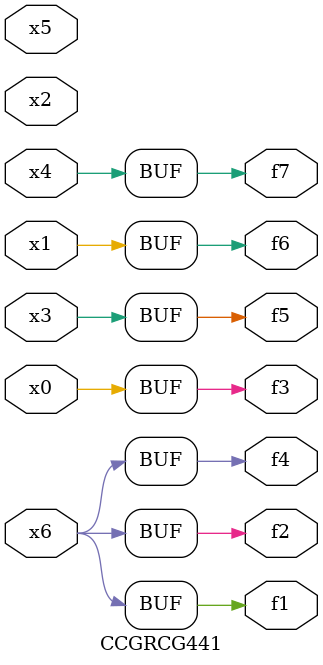
<source format=v>
module CCGRCG441(
	input x0, x1, x2, x3, x4, x5, x6,
	output f1, f2, f3, f4, f5, f6, f7
);
	assign f1 = x6;
	assign f2 = x6;
	assign f3 = x0;
	assign f4 = x6;
	assign f5 = x3;
	assign f6 = x1;
	assign f7 = x4;
endmodule

</source>
